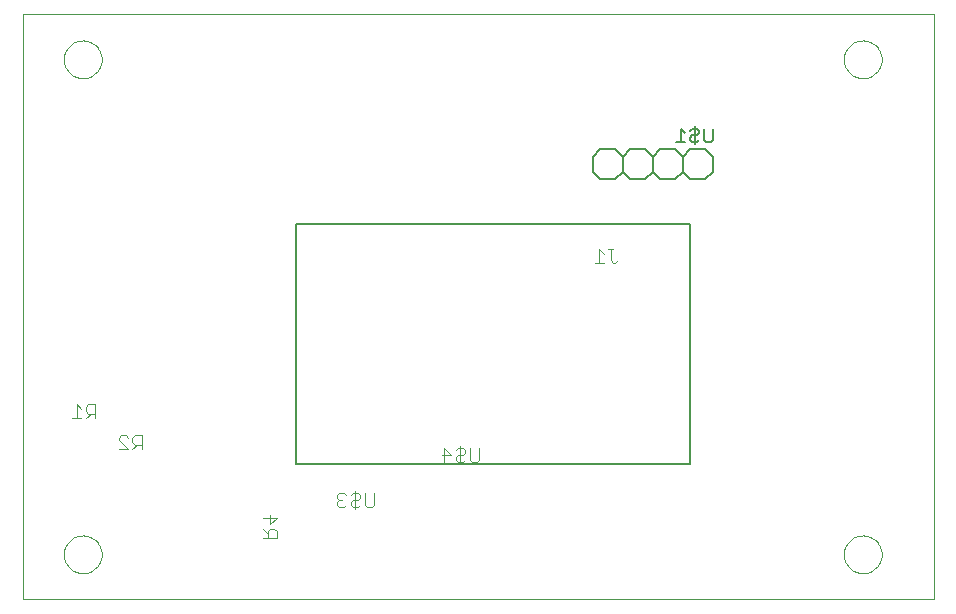
<source format=gbo>
G75*
%MOIN*%
%OFA0B0*%
%FSLAX24Y24*%
%IPPOS*%
%LPD*%
%AMOC8*
5,1,8,0,0,1.08239X$1,22.5*
%
%ADD10C,0.0000*%
%ADD11C,0.0050*%
%ADD12C,0.0040*%
%ADD13C,0.0060*%
D10*
X000180Y000680D02*
X000180Y020176D01*
X030550Y020176D01*
X030550Y000680D01*
X000180Y000680D01*
X001550Y002180D02*
X001552Y002230D01*
X001558Y002280D01*
X001568Y002329D01*
X001582Y002377D01*
X001599Y002424D01*
X001620Y002469D01*
X001645Y002513D01*
X001673Y002554D01*
X001705Y002593D01*
X001739Y002630D01*
X001776Y002664D01*
X001816Y002694D01*
X001858Y002721D01*
X001902Y002745D01*
X001948Y002766D01*
X001995Y002782D01*
X002043Y002795D01*
X002093Y002804D01*
X002142Y002809D01*
X002193Y002810D01*
X002243Y002807D01*
X002292Y002800D01*
X002341Y002789D01*
X002389Y002774D01*
X002435Y002756D01*
X002480Y002734D01*
X002523Y002708D01*
X002564Y002679D01*
X002603Y002647D01*
X002639Y002612D01*
X002671Y002574D01*
X002701Y002534D01*
X002728Y002491D01*
X002751Y002447D01*
X002770Y002401D01*
X002786Y002353D01*
X002798Y002304D01*
X002806Y002255D01*
X002810Y002205D01*
X002810Y002155D01*
X002806Y002105D01*
X002798Y002056D01*
X002786Y002007D01*
X002770Y001959D01*
X002751Y001913D01*
X002728Y001869D01*
X002701Y001826D01*
X002671Y001786D01*
X002639Y001748D01*
X002603Y001713D01*
X002564Y001681D01*
X002523Y001652D01*
X002480Y001626D01*
X002435Y001604D01*
X002389Y001586D01*
X002341Y001571D01*
X002292Y001560D01*
X002243Y001553D01*
X002193Y001550D01*
X002142Y001551D01*
X002093Y001556D01*
X002043Y001565D01*
X001995Y001578D01*
X001948Y001594D01*
X001902Y001615D01*
X001858Y001639D01*
X001816Y001666D01*
X001776Y001696D01*
X001739Y001730D01*
X001705Y001767D01*
X001673Y001806D01*
X001645Y001847D01*
X001620Y001891D01*
X001599Y001936D01*
X001582Y001983D01*
X001568Y002031D01*
X001558Y002080D01*
X001552Y002130D01*
X001550Y002180D01*
X001550Y018680D02*
X001552Y018730D01*
X001558Y018780D01*
X001568Y018829D01*
X001582Y018877D01*
X001599Y018924D01*
X001620Y018969D01*
X001645Y019013D01*
X001673Y019054D01*
X001705Y019093D01*
X001739Y019130D01*
X001776Y019164D01*
X001816Y019194D01*
X001858Y019221D01*
X001902Y019245D01*
X001948Y019266D01*
X001995Y019282D01*
X002043Y019295D01*
X002093Y019304D01*
X002142Y019309D01*
X002193Y019310D01*
X002243Y019307D01*
X002292Y019300D01*
X002341Y019289D01*
X002389Y019274D01*
X002435Y019256D01*
X002480Y019234D01*
X002523Y019208D01*
X002564Y019179D01*
X002603Y019147D01*
X002639Y019112D01*
X002671Y019074D01*
X002701Y019034D01*
X002728Y018991D01*
X002751Y018947D01*
X002770Y018901D01*
X002786Y018853D01*
X002798Y018804D01*
X002806Y018755D01*
X002810Y018705D01*
X002810Y018655D01*
X002806Y018605D01*
X002798Y018556D01*
X002786Y018507D01*
X002770Y018459D01*
X002751Y018413D01*
X002728Y018369D01*
X002701Y018326D01*
X002671Y018286D01*
X002639Y018248D01*
X002603Y018213D01*
X002564Y018181D01*
X002523Y018152D01*
X002480Y018126D01*
X002435Y018104D01*
X002389Y018086D01*
X002341Y018071D01*
X002292Y018060D01*
X002243Y018053D01*
X002193Y018050D01*
X002142Y018051D01*
X002093Y018056D01*
X002043Y018065D01*
X001995Y018078D01*
X001948Y018094D01*
X001902Y018115D01*
X001858Y018139D01*
X001816Y018166D01*
X001776Y018196D01*
X001739Y018230D01*
X001705Y018267D01*
X001673Y018306D01*
X001645Y018347D01*
X001620Y018391D01*
X001599Y018436D01*
X001582Y018483D01*
X001568Y018531D01*
X001558Y018580D01*
X001552Y018630D01*
X001550Y018680D01*
X027550Y018680D02*
X027552Y018730D01*
X027558Y018780D01*
X027568Y018829D01*
X027582Y018877D01*
X027599Y018924D01*
X027620Y018969D01*
X027645Y019013D01*
X027673Y019054D01*
X027705Y019093D01*
X027739Y019130D01*
X027776Y019164D01*
X027816Y019194D01*
X027858Y019221D01*
X027902Y019245D01*
X027948Y019266D01*
X027995Y019282D01*
X028043Y019295D01*
X028093Y019304D01*
X028142Y019309D01*
X028193Y019310D01*
X028243Y019307D01*
X028292Y019300D01*
X028341Y019289D01*
X028389Y019274D01*
X028435Y019256D01*
X028480Y019234D01*
X028523Y019208D01*
X028564Y019179D01*
X028603Y019147D01*
X028639Y019112D01*
X028671Y019074D01*
X028701Y019034D01*
X028728Y018991D01*
X028751Y018947D01*
X028770Y018901D01*
X028786Y018853D01*
X028798Y018804D01*
X028806Y018755D01*
X028810Y018705D01*
X028810Y018655D01*
X028806Y018605D01*
X028798Y018556D01*
X028786Y018507D01*
X028770Y018459D01*
X028751Y018413D01*
X028728Y018369D01*
X028701Y018326D01*
X028671Y018286D01*
X028639Y018248D01*
X028603Y018213D01*
X028564Y018181D01*
X028523Y018152D01*
X028480Y018126D01*
X028435Y018104D01*
X028389Y018086D01*
X028341Y018071D01*
X028292Y018060D01*
X028243Y018053D01*
X028193Y018050D01*
X028142Y018051D01*
X028093Y018056D01*
X028043Y018065D01*
X027995Y018078D01*
X027948Y018094D01*
X027902Y018115D01*
X027858Y018139D01*
X027816Y018166D01*
X027776Y018196D01*
X027739Y018230D01*
X027705Y018267D01*
X027673Y018306D01*
X027645Y018347D01*
X027620Y018391D01*
X027599Y018436D01*
X027582Y018483D01*
X027568Y018531D01*
X027558Y018580D01*
X027552Y018630D01*
X027550Y018680D01*
X027550Y002180D02*
X027552Y002230D01*
X027558Y002280D01*
X027568Y002329D01*
X027582Y002377D01*
X027599Y002424D01*
X027620Y002469D01*
X027645Y002513D01*
X027673Y002554D01*
X027705Y002593D01*
X027739Y002630D01*
X027776Y002664D01*
X027816Y002694D01*
X027858Y002721D01*
X027902Y002745D01*
X027948Y002766D01*
X027995Y002782D01*
X028043Y002795D01*
X028093Y002804D01*
X028142Y002809D01*
X028193Y002810D01*
X028243Y002807D01*
X028292Y002800D01*
X028341Y002789D01*
X028389Y002774D01*
X028435Y002756D01*
X028480Y002734D01*
X028523Y002708D01*
X028564Y002679D01*
X028603Y002647D01*
X028639Y002612D01*
X028671Y002574D01*
X028701Y002534D01*
X028728Y002491D01*
X028751Y002447D01*
X028770Y002401D01*
X028786Y002353D01*
X028798Y002304D01*
X028806Y002255D01*
X028810Y002205D01*
X028810Y002155D01*
X028806Y002105D01*
X028798Y002056D01*
X028786Y002007D01*
X028770Y001959D01*
X028751Y001913D01*
X028728Y001869D01*
X028701Y001826D01*
X028671Y001786D01*
X028639Y001748D01*
X028603Y001713D01*
X028564Y001681D01*
X028523Y001652D01*
X028480Y001626D01*
X028435Y001604D01*
X028389Y001586D01*
X028341Y001571D01*
X028292Y001560D01*
X028243Y001553D01*
X028193Y001550D01*
X028142Y001551D01*
X028093Y001556D01*
X028043Y001565D01*
X027995Y001578D01*
X027948Y001594D01*
X027902Y001615D01*
X027858Y001639D01*
X027816Y001666D01*
X027776Y001696D01*
X027739Y001730D01*
X027705Y001767D01*
X027673Y001806D01*
X027645Y001847D01*
X027620Y001891D01*
X027599Y001936D01*
X027582Y001983D01*
X027568Y002031D01*
X027558Y002080D01*
X027552Y002130D01*
X027550Y002180D01*
D11*
X022430Y005180D02*
X009280Y005180D01*
X009280Y013180D01*
X022430Y013180D01*
X022430Y005180D01*
X022574Y015850D02*
X022574Y016450D01*
X022650Y016375D02*
X022499Y016375D01*
X022424Y016300D01*
X022499Y016150D02*
X022650Y016150D01*
X022725Y016225D01*
X022725Y016300D01*
X022650Y016375D01*
X022885Y016375D02*
X022885Y016000D01*
X022960Y015925D01*
X023110Y015925D01*
X023185Y016000D01*
X023185Y016375D01*
X022725Y016000D02*
X022650Y015925D01*
X022499Y015925D01*
X022424Y016000D01*
X022424Y016075D01*
X022499Y016150D01*
X022264Y016225D02*
X022114Y016375D01*
X022114Y015925D01*
X022264Y015925D02*
X021964Y015925D01*
D12*
X019857Y012360D02*
X019703Y012360D01*
X019780Y012360D02*
X019780Y011977D01*
X019857Y011900D01*
X019933Y011900D01*
X020010Y011977D01*
X019550Y011900D02*
X019243Y011900D01*
X019396Y011900D02*
X019396Y012360D01*
X019550Y012207D01*
X015380Y005723D02*
X015380Y005340D01*
X015304Y005263D01*
X015150Y005263D01*
X015074Y005340D01*
X015074Y005723D01*
X014920Y005647D02*
X014843Y005723D01*
X014690Y005723D01*
X014613Y005647D01*
X014690Y005493D02*
X014843Y005493D01*
X014920Y005570D01*
X014920Y005647D01*
X014767Y005800D02*
X014767Y005186D01*
X014843Y005263D02*
X014690Y005263D01*
X014613Y005340D01*
X014613Y005416D01*
X014690Y005493D01*
X014460Y005493D02*
X014153Y005493D01*
X014229Y005263D02*
X014229Y005723D01*
X014460Y005493D01*
X014843Y005263D02*
X014920Y005340D01*
X011880Y004223D02*
X011880Y003840D01*
X011804Y003763D01*
X011650Y003763D01*
X011574Y003840D01*
X011574Y004223D01*
X011420Y004147D02*
X011343Y004223D01*
X011190Y004223D01*
X011113Y004147D01*
X010960Y004147D02*
X010883Y004223D01*
X010729Y004223D01*
X010653Y004147D01*
X010653Y004070D01*
X010729Y003993D01*
X010653Y003916D01*
X010653Y003840D01*
X010729Y003763D01*
X010883Y003763D01*
X010960Y003840D01*
X011113Y003840D02*
X011113Y003916D01*
X011190Y003993D01*
X011343Y003993D01*
X011420Y004070D01*
X011420Y004147D01*
X011267Y004300D02*
X011267Y003686D01*
X011343Y003763D02*
X011190Y003763D01*
X011113Y003840D01*
X011343Y003763D02*
X011420Y003840D01*
X010806Y003993D02*
X010729Y003993D01*
X008645Y003406D02*
X008414Y003176D01*
X008414Y003483D01*
X008184Y003406D02*
X008645Y003406D01*
X008568Y003023D02*
X008414Y003023D01*
X008338Y002946D01*
X008338Y002716D01*
X008338Y002869D02*
X008184Y003023D01*
X008184Y002716D02*
X008645Y002716D01*
X008645Y002946D01*
X008568Y003023D01*
X004144Y005684D02*
X004144Y006145D01*
X003914Y006145D01*
X003837Y006068D01*
X003837Y005914D01*
X003914Y005838D01*
X004144Y005838D01*
X003991Y005838D02*
X003837Y005684D01*
X003684Y005684D02*
X003377Y005991D01*
X003377Y006068D01*
X003454Y006145D01*
X003607Y006145D01*
X003684Y006068D01*
X003684Y005684D02*
X003377Y005684D01*
X002597Y006716D02*
X002597Y007176D01*
X002366Y007176D01*
X002290Y007099D01*
X002290Y006946D01*
X002366Y006869D01*
X002597Y006869D01*
X002443Y006869D02*
X002290Y006716D01*
X002136Y006716D02*
X001829Y006716D01*
X001983Y006716D02*
X001983Y007176D01*
X002136Y007023D01*
D13*
X019180Y014930D02*
X019430Y014680D01*
X019930Y014680D01*
X020180Y014930D01*
X020430Y014680D01*
X020930Y014680D01*
X021180Y014930D01*
X021430Y014680D01*
X021930Y014680D01*
X022180Y014930D01*
X022430Y014680D01*
X022930Y014680D01*
X023180Y014930D01*
X023180Y015430D01*
X022930Y015680D01*
X022430Y015680D01*
X022180Y015430D01*
X021930Y015680D01*
X021430Y015680D01*
X021180Y015430D01*
X021180Y014930D01*
X021180Y015430D02*
X020930Y015680D01*
X020430Y015680D01*
X020180Y015430D01*
X019930Y015680D01*
X019430Y015680D01*
X019180Y015430D01*
X019180Y014930D01*
X020180Y014930D02*
X020180Y015430D01*
X022180Y015430D02*
X022180Y014930D01*
M02*

</source>
